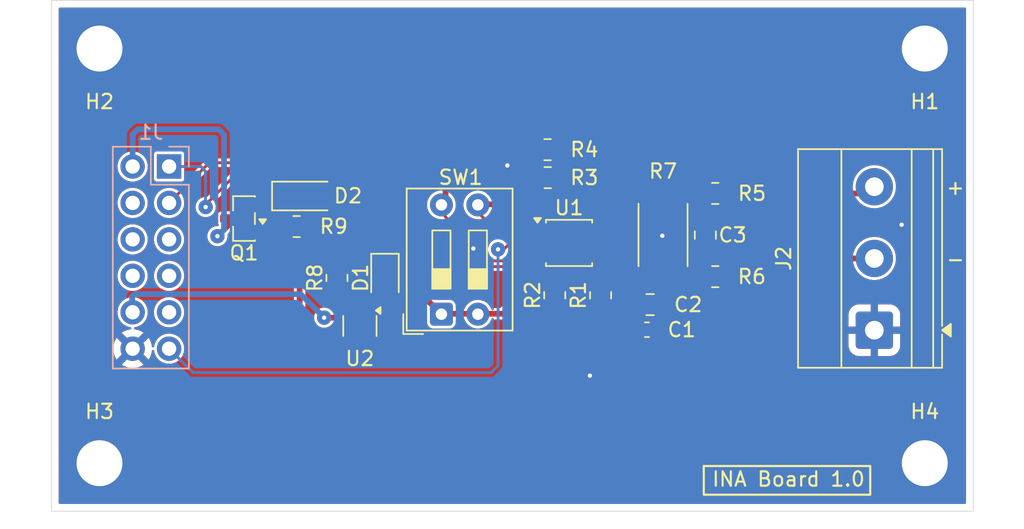
<source format=kicad_pcb>
(kicad_pcb (version 20241229) (generator "pcbnew") (generator_version "9.0")
  (title_block (title "INA_Board") (date "2025-10-26") (rev "1.0") (company "PKl"))
  (layers (0 "F.Cu" signal) (2 "B.Cu" signal) (13 "F.Paste" user) (15 "B.Paste" user) (5 "F.SilkS" user "F.Silkscreen") (7 "B.SilkS" user "B.Silkscreen") (1 "F.Mask" user) (3 "B.Mask" user) (25 "Edge.Cuts" user))
  (net 0 "")
  (net 1 "Net-(U1-Vin-)")
  (net 2 "Net-(U1-Vbus)")
  (net 3 "Net-(D1-K)")
  (net 4 "GND")
  (net 5 "Alert")
  (net 7 "ON")
  (net 13 "Net-(U1-A1)")
  (net 14 "Net-(U1-A0)")
  (net 16 "I2C0_SDA")
  (net 17 "I2C0_SCL")
  (net 18 "3V3_INA")
  (net 19 "INA+")
  (net 20 "INA-")
  (net 21 "3V3_IN")
  (net 22 "3V3_OUT")
  (net 23 "Net-(D2-A)")
  (footprint "MountingHole:MountingHole_3.2mm_M3_DIN965_Pad" (layer "F.Cu") (at 118.95 69.0625)
    (property "Reference" "H2" (at 0 3.7 0) (layer "F.SilkS"))
    (property "Value" "MountingHole_Pad")
    (pad "1" thru_hole circle (at 0 0) (size 5.6 5.6) (drill 3.2) (layers "*.Cu" "*.Mask") (net 4 "GND"))
  )
  (footprint "Resistor_SMD:R_0805_2012Metric" (layer "F.Cu") (at 135.5 85.05 90)
    (property "Reference" "R8" (at 0 -1.5375 90) (layer "F.SilkS"))
    (property "Value" "1K")
    (fp_line (start -0.227064 -0.735) (end 0.227064 -0.735) (stroke (width 0.12)) (layer "F.SilkS"))
    (fp_line (start -0.227064 0.735) (end 0.227064 0.735) (stroke (width 0.12)) (layer "F.SilkS"))
    (pad "1" smd roundrect (at -0.9125 0 90) (size 1.025 1.4) (layers "F.Cu" "F.Mask" "F.Paste") (roundrect_rratio 0.243902) (net 4 "GND"))
    (pad "2" smd roundrect (at 0.9125 0 90) (size 1.025 1.4) (layers "F.Cu" "F.Mask" "F.Paste") (roundrect_rratio 0.243902) (net 3 "Net-(D1-K)"))
  )
  (footprint "MountingHole:MountingHole_3.2mm_M3_DIN965_Pad" (layer "F.Cu") (at 176.475 97.9625)
    (property "Reference" "H4" (at 0 -3.6 0) (layer "F.SilkS"))
    (property "Value" "MountingHole_Pad")
    (pad "1" thru_hole circle (at 0 0) (size 5.6 5.6) (drill 3.2) (layers "*.Cu" "*.Mask") (net 4 "GND"))
  )
  (footprint "Resistor_SMD:R_0805_2012Metric" (layer "F.Cu") (at 161.8675 84.96)
    (property "Reference" "R6" (at 2.55 0 0) (layer "F.SilkS"))
    (property "Value" "10")
    (fp_line (start -0.227064 -0.735) (end 0.227064 -0.735) (stroke (width 0.12)) (layer "F.SilkS"))
    (fp_line (start -0.227064 0.735) (end 0.227064 0.735) (stroke (width 0.12)) (layer "F.SilkS"))
    (pad "1" smd roundrect (at -0.9125 0) (size 1.025 1.4) (layers "F.Cu" "F.Mask" "F.Paste") (roundrect_rratio 0.243902) (net 1 "Net-(U1-Vin-)"))
    (pad "2" smd roundrect (at 0.9125 0) (size 1.025 1.4) (layers "F.Cu" "F.Mask" "F.Paste") (roundrect_rratio 0.243902) (net 20 "INA-"))
  )
  (footprint "LED_SMD:LED_0805_2012Metric" (layer "F.Cu") (at 138.85 85.05 -90)
    (property "Reference" "D1" (at 0 1.7 90) (layer "F.SilkS"))
    (property "Value" "LED")
    (fp_line (start -1.685 0.96) (end 1 0.96) (stroke (width 0.12)) (layer "F.SilkS"))
    (fp_line (start -1.685 -0.96) (end -1.685 0.96) (stroke (width 0.12)) (layer "F.SilkS"))
    (fp_line (start 1 -0.96) (end -1.685 -0.96) (stroke (width 0.12)) (layer "F.SilkS"))
    (pad "1" smd roundrect (at -0.9375 0 270) (size 0.975 1.4) (layers "F.Cu" "F.Mask" "F.Paste") (net 3 "Net-(D1-K)"))
    (pad "2" smd roundrect (at 0.9375 0 270) (size 0.975 1.4) (layers "F.Cu" "F.Mask" "F.Paste") (net 18 "3V3_INA"))
  )
  (footprint "Button_Switch_THT:SW_DIP_SPSTx02_Slide_9.78x7.26mm_W7.62mm_P2.54mm" (layer "F.Cu") (at 142.7825 87.5775 90)
    (property "Reference" "SW1" (at 9.5375 1.3375 0) (layer "F.SilkS"))
    (property "Value" "SW_DIP_x02")
    (fp_line (start -1.38 -2.66) (end 0.003 -2.66) (stroke (width 0.12)) (layer "F.SilkS"))
    (fp_line (start -1.38 -2.66) (end -1.38 -1.277) (stroke (width 0.12)) (layer "F.SilkS"))
    (fp_line (start 8.76 -2.42) (end 8.76 4.96) (stroke (width 0.12)) (layer "F.SilkS"))
    (fp_line (start -1.14 -2.42) (end 8.76 -2.42) (stroke (width 0.12)) (layer "F.SilkS"))
    (fp_line (start -1.14 -2.42) (end -1.14 4.96) (stroke (width 0.12)) (layer "F.SilkS"))
    (fp_line (start 3.133333 -0.635) (end 3.133333 0.635) (stroke (width 0.12)) (layer "F.SilkS"))
    (fp_line (start 3.133333 1.905) (end 3.133333 3.175) (stroke (width 0.12)) (layer "F.SilkS"))
    (fp_line (start -1.14 4.96) (end 8.76 4.96) (stroke (width 0.12)) (layer "F.SilkS"))
    (fp_rect (start 1.78 -0.635) (end 5.84 0.635) (stroke (width 0.12)) (fill no) (layer "F.SilkS"))
    (fp_rect (start 1.78 -0.635) (end 3.133333 0.635) (stroke (width 0.12)) (fill yes) (layer "F.SilkS"))
    (fp_rect (start 1.78 1.905) (end 5.84 3.175) (stroke (width 0.12)) (fill no) (layer "F.SilkS"))
    (fp_rect (start 1.78 1.905) (end 3.133333 3.175) (stroke (width 0.12)) (fill yes) (layer "F.SilkS"))
    (pad "1" thru_hole roundrect (at 0 0 90) (size 1.6 1.6) (drill 0.8) (layers "*.Cu" "*.Mask") (roundrect_rratio 0.15625) (net 18 "3V3_INA"))
    (pad "2" thru_hole circle (at 0 2.54 90) (size 1.6 1.6) (drill 0.8) (layers "*.Cu" "*.Mask") (net 18 "3V3_INA"))
    (pad "3" thru_hole circle (at 7.62 2.54 90) (size 1.6 1.6) (drill 0.8) (layers "*.Cu" "*.Mask") (net 13 "Net-(U1-A1)"))
    (pad "4" thru_hole circle (at 7.62 0 90) (size 1.6 1.6) (drill 0.8) (layers "*.Cu" "*.Mask") (net 14 "Net-(U1-A0)"))
  )
  (footprint "Resistor_SMD:R_0805_2012Metric" (layer "F.Cu") (at 150.18 76.11 180)
    (property "Reference" "R4" (at -2.5625 0 0) (layer "F.SilkS"))
    (property "Value" "47K")
    (fp_line (start -0.227064 0.735) (end 0.227064 0.735) (stroke (width 0.12)) (layer "F.SilkS"))
    (fp_line (start -0.227064 -0.735) (end 0.227064 -0.735) (stroke (width 0.12)) (layer "F.SilkS"))
    (pad "1" smd roundrect (at -0.9125 0 180) (size 1.025 1.4) (layers "F.Cu" "F.Mask" "F.Paste") (roundrect_rratio 0.243902) (net 4 "GND"))
    (pad "2" smd roundrect (at 0.9125 0 180) (size 1.025 1.4) (layers "F.Cu" "F.Mask" "F.Paste") (roundrect_rratio 0.243902) (net 14 "Net-(U1-A0)"))
  )
  (footprint "Resistor_SMD:R_0805_2012Metric" (layer "F.Cu") (at 161.8675 79.16)
    (property "Reference" "R5" (at 2.5625 0 0) (layer "F.SilkS"))
    (property "Value" "10")
    (fp_line (start -0.227064 -0.735) (end 0.227064 -0.735) (stroke (width 0.12)) (layer "F.SilkS"))
    (fp_line (start -0.227064 0.735) (end 0.227064 0.735) (stroke (width 0.12)) (layer "F.SilkS"))
    (pad "1" smd roundrect (at -0.9125 0) (size 1.025 1.4) (layers "F.Cu" "F.Mask" "F.Paste") (roundrect_rratio 0.243902) (net 2 "Net-(U1-Vbus)"))
    (pad "2" smd roundrect (at 0.9125 0) (size 1.025 1.4) (layers "F.Cu" "F.Mask" "F.Paste") (roundrect_rratio 0.243902) (net 19 "INA+"))
  )
  (footprint "Resistor_SMD:R_0805_2012Metric" (layer "F.Cu") (at 153.88 86.26 -90)
    (property "Reference" "R1" (at 0 1.55 90) (layer "F.SilkS"))
    (property "Value" "0")
    (fp_line (start -0.227064 0.735) (end 0.227064 0.735) (stroke (width 0.12)) (layer "F.SilkS"))
    (fp_line (start -0.227064 -0.735) (end 0.227064 -0.735) (stroke (width 0.12)) (layer "F.SilkS"))
    (pad "1" smd roundrect (at -0.9125 0 270) (size 1.025 1.4) (layers "F.Cu" "F.Mask" "F.Paste") (roundrect_rratio 0.243902) (net 16 "I2C0_SDA"))
    (pad "2" smd roundrect (at 0.9125 0 270) (size 1.025 1.4) (layers "F.Cu" "F.Mask" "F.Paste") (roundrect_rratio 0.243902) (net 18 "3V3_INA"))
  )
  (footprint "Capacitor_SMD:C_0603_1608Metric" (layer "F.Cu") (at 157.105 88.66)
    (property "Reference" "C1" (at 2.425 0 0) (layer "F.SilkS"))
    (property "Value" "1uF")
    (fp_line (start -0.14058 -0.51) (end 0.14058 -0.51) (stroke (width 0.12)) (layer "F.SilkS"))
    (fp_line (start -0.14058 0.51) (end 0.14058 0.51) (stroke (width 0.12)) (layer "F.SilkS"))
    (pad "1" smd roundrect (at -0.775 0) (size 0.9 0.95) (layers "F.Cu" "F.Mask" "F.Paste") (net 18 "3V3_INA"))
    (pad "2" smd roundrect (at 0.775 0) (size 0.9 0.95) (layers "F.Cu" "F.Mask" "F.Paste") (net 4 "GND"))
  )
  (footprint "Package_TO_SOT_SMD:SOT-363_SC-70-6" (layer "F.Cu") (at 137.1 88.4 -90)
    (property "Reference" "U2" (at 2.27 0 0) (layer "F.SilkS"))
    (property "Value" "SIP32431DR3-T1GE3")
    (fp_line (start -0.7 1.16) (end 0.7 1.16) (stroke (width 0.12)) (layer "F.SilkS"))
    (fp_line (start -0.71 -1.16) (end 0.7 -1.16) (stroke (width 0.12)) (layer "F.SilkS"))
    (fp_poly (pts (xy -1.08 -1.11) (xy -1.32 -1.44) (xy -0.84 -1.44) (xy -1.08 -1.11)) (stroke (width 0.12)) (fill yes) (layer "F.SilkS"))
    (pad "1" smd roundrect (at -0.95 -0.65 270) (size 0.65 0.4) (layers "F.Cu" "F.Mask" "F.Paste") (net 18 "3V3_INA"))
    (pad "2" smd roundrect (at -0.95 0 270) (size 0.65 0.4) (layers "F.Cu" "F.Mask" "F.Paste") (net 4 "GND"))
    (pad "3" smd roundrect (at -0.95 0.65 270) (size 0.65 0.4) (layers "F.Cu" "F.Mask" "F.Paste") (net 7 "ON"))
    (pad "4" smd roundrect (at 0.95 0.65 270) (size 0.65 0.4) (layers "F.Cu" "F.Mask" "F.Paste") (net 22 "3V3_OUT"))
    (pad "5" smd roundrect (at 0.95 0 270) (size 0.65 0.4) (layers "F.Cu" "F.Mask" "F.Paste") (net 4 "GND"))
    (pad "6" smd roundrect (at 0.95 -0.65 270) (size 0.65 0.4) (layers "F.Cu" "F.Mask" "F.Paste"))
  )
  (footprint "Package_SO:VSSOP-10_3x3mm_P0.5mm" (layer "F.Cu") (at 151.68 82.61)
    (property "Reference" "U1" (at 0 -2.45 0) (layer "F.SilkS"))
    (property "Value" "INA226AIDGST")
    (fp_line (start -1.61 -1.61) (end 1.61 -1.61) (stroke (width 0.12)) (layer "F.SilkS"))
    (fp_line (start -1.61 -1.41) (end -1.61 -1.61) (stroke (width 0.12)) (layer "F.SilkS"))
    (fp_line (start -1.61 1.61) (end -1.61 1.41) (stroke (width 0.12)) (layer "F.SilkS"))
    (fp_line (start 1.61 -1.61) (end 1.61 -1.41) (stroke (width 0.12)) (layer "F.SilkS"))
    (fp_line (start 1.61 1.41) (end 1.61 1.61) (stroke (width 0.12)) (layer "F.SilkS"))
    (fp_line (start 1.61 1.61) (end -1.61 1.61) (stroke (width 0.12)) (layer "F.SilkS"))
    (fp_poly (pts (xy -2.2 -1.41) (xy -2.44 -1.74) (xy -1.96 -1.74)) (stroke (width 0.12)) (fill yes) (layer "F.SilkS"))
    (pad "1" smd roundrect (at -2.2 -1) (size 1.45 0.3) (layers "F.Cu" "F.Mask" "F.Paste") (net 13 "Net-(U1-A1)"))
    (pad "2" smd roundrect (at -2.2 -0.5) (size 1.45 0.3) (layers "F.Cu" "F.Mask" "F.Paste") (net 14 "Net-(U1-A0)"))
    (pad "3" smd roundrect (at -2.2 0) (size 1.45 0.3) (layers "F.Cu" "F.Mask" "F.Paste") (net 5 "Alert"))
    (pad "4" smd roundrect (at -2.2 0.5) (size 1.45 0.3) (layers "F.Cu" "F.Mask" "F.Paste") (net 16 "I2C0_SDA"))
    (pad "5" smd roundrect (at -2.2 1) (size 1.45 0.3) (layers "F.Cu" "F.Mask" "F.Paste") (net 17 "I2C0_SCL"))
    (pad "6" smd roundrect (at 2.2 1) (size 1.45 0.3) (layers "F.Cu" "F.Mask" "F.Paste") (net 18 "3V3_INA"))
    (pad "7" smd roundrect (at 2.2 0.5) (size 1.45 0.3) (layers "F.Cu" "F.Mask" "F.Paste") (net 4 "GND"))
    (pad "8" smd roundrect (at 2.2 0) (size 1.45 0.3) (layers "F.Cu" "F.Mask" "F.Paste") (net 2 "Net-(U1-Vbus)"))
    (pad "9" smd roundrect (at 2.2 -0.5) (size 1.45 0.3) (layers "F.Cu" "F.Mask" "F.Paste") (net 1 "Net-(U1-Vin-)"))
    (pad "10" smd roundrect (at 2.2 -1) (size 1.45 0.3) (layers "F.Cu" "F.Mask" "F.Paste") (net 2 "Net-(U1-Vbus)"))
  )
  (footprint "Resistor_SMD:R_0805_2012Metric" (layer "F.Cu") (at 150.1925 78.06 180)
    (property "Reference" "R3" (at -2.55 0 0) (layer "F.SilkS"))
    (property "Value" "47K")
    (fp_line (start -0.227064 0.735) (end 0.227064 0.735) (stroke (width 0.12)) (layer "F.SilkS"))
    (fp_line (start -0.227064 -0.735) (end 0.227064 -0.735) (stroke (width 0.12)) (layer "F.SilkS"))
    (pad "1" smd roundrect (at -0.9125 0 180) (size 1.025 1.4) (layers "F.Cu" "F.Mask" "F.Paste") (roundrect_rratio 0.243902) (net 4 "GND"))
    (pad "2" smd roundrect (at 0.9125 0 180) (size 1.025 1.4) (layers "F.Cu" "F.Mask" "F.Paste") (roundrect_rratio 0.243902) (net 13 "Net-(U1-A1)"))
  )
  (footprint "MountingHole:MountingHole_3.2mm_M3_DIN965_Pad" (layer "F.Cu") (at 118.95 97.9625)
    (property "Reference" "H3" (at 0 -3.6 0) (layer "F.SilkS"))
    (property "Value" "MountingHole_Pad")
    (pad "1" thru_hole circle (at 0 0) (size 5.6 5.6) (drill 3.2) (layers "*.Cu" "*.Mask") (net 4 "GND"))
  )
  (footprint "Diode_SMD:D_SOD-123F" (layer "F.Cu") (at 133.19 79.34)
    (property "Reference" "D2" (at 3.08 -0.01 0) (layer "F.SilkS"))
    (property "Value" "BZT52C5V1-DIO")
    (fp_line (start -2.21 -1) (end -2.21 1) (stroke (width 0.12)) (layer "F.SilkS"))
    (fp_line (start -2.21 -1) (end 1.65 -1) (stroke (width 0.12)) (layer "F.SilkS"))
    (fp_line (start -2.21 1) (end 1.65 1) (stroke (width 0.12)) (layer "F.SilkS"))
    (pad "1" smd roundrect (at -1.4 0) (size 1.1 1.1) (layers "F.Cu" "F.Mask" "F.Paste") (roundrect_rratio 0.2272727273) (net 22 "3V3_OUT"))
    (pad "2" smd roundrect (at 1.4 0) (size 1.1 1.1) (layers "F.Cu" "F.Mask" "F.Paste") (roundrect_rratio 0.2272727273) (net 23 "Net-(D2-A)"))
  )
  (footprint "Resistor_SMD:R_0805_2012Metric" (layer "F.Cu") (at 150.68 86.26 90)
    (property "Reference" "R2" (at 0 -1.5375 90) (layer "F.SilkS"))
    (property "Value" "0")
    (fp_line (start -0.227064 -0.735) (end 0.227064 -0.735) (stroke (width 0.12)) (layer "F.SilkS"))
    (fp_line (start -0.227064 0.735) (end 0.227064 0.735) (stroke (width 0.12)) (layer "F.SilkS"))
    (pad "1" smd roundrect (at -0.9125 0 90) (size 1.025 1.4) (layers "F.Cu" "F.Mask" "F.Paste") (roundrect_rratio 0.243902) (net 18 "3V3_INA"))
    (pad "2" smd roundrect (at 0.9125 0 90) (size 1.025 1.4) (layers "F.Cu" "F.Mask" "F.Paste") (roundrect_rratio 0.243902) (net 17 "I2C0_SCL"))
  )
  (footprint "Package_TO_SOT_SMD:SOT-23" (layer "F.Cu") (at 129.0225 80.91 180)
    (property "Reference" "Q1" (at 0 -2.4 0) (layer "F.SilkS"))
    (property "Value" "AO3407A")
    (fp_line (start 0.76 1.56) (end -0.76 1.56) (stroke (width 0.12)) (layer "F.SilkS"))
    (fp_line (start 0.76 0.56) (end 0.76 1.56) (stroke (width 0.12)) (layer "F.SilkS"))
    (fp_line (start 0.76 -1.56) (end 0.76 -0.56) (stroke (width 0.12)) (layer "F.SilkS"))
    (fp_line (start -0.76 1.56) (end -0.76 1.51) (stroke (width 0.12)) (layer "F.SilkS"))
    (fp_line (start -0.76 0.39) (end -0.76 -0.39) (stroke (width 0.12)) (layer "F.SilkS"))
    (fp_line (start -0.76 -1.51) (end -0.76 -1.56) (stroke (width 0.12)) (layer "F.SilkS"))
    (fp_line (start -0.76 -1.56) (end 0.76 -1.56) (stroke (width 0.12)) (layer "F.SilkS"))
    (fp_poly (pts (xy -1.3 -0.38) (xy -1.06 -0.05) (xy -1.54 -0.05)) (stroke (width 0.12)) (fill yes) (layer "F.SilkS"))
    (pad "1" smd roundrect (at -0.9375 -0.95 180) (size 1.475 0.6) (layers "F.Cu" "F.Mask" "F.Paste") (net 23 "Net-(D2-A)"))
    (pad "2" smd roundrect (at -0.9375 0.95 180) (size 1.475 0.6) (layers "F.Cu" "F.Mask" "F.Paste") (net 22 "3V3_OUT"))
    (pad "3" smd roundrect (at 0.9375 0 180) (size 1.475 0.6) (layers "F.Cu" "F.Mask" "F.Paste") (net 21 "3V3_IN"))
  )
  (footprint "MountingHole:MountingHole_3.2mm_M3_DIN965_Pad" (layer "F.Cu") (at 176.475 69.0625)
    (property "Reference" "H1" (at 0 3.7 0) (layer "F.SilkS"))
    (property "Value" "MountingHole_Pad" (hide yes))
    (pad "1" thru_hole circle (at 0 0) (size 5.6 5.6) (drill 3.2) (layers "*.Cu" "*.Mask") (net 4 "GND"))
  )
  (footprint "Capacitor_SMD:C_0805_2012Metric" (layer "F.Cu") (at 157.33 86.91)
    (property "Reference" "C2" (at 2.65 0 0) (layer "F.SilkS"))
    (property "Value" "100nF")
    (fp_line (start -0.261252 -0.735) (end 0.261252 -0.735) (stroke (width 0.12)) (layer "F.SilkS"))
    (fp_line (start -0.261252 0.735) (end 0.261252 0.735) (stroke (width 0.12)) (layer "F.SilkS"))
    (pad "1" smd roundrect (at -0.95 0) (size 1 1.45) (layers "F.Cu" "F.Mask" "F.Paste") (net 18 "3V3_INA"))
    (pad "2" smd roundrect (at 0.95 0) (size 1 1.45) (layers "F.Cu" "F.Mask" "F.Paste") (net 4 "GND"))
  )
  (footprint "Resistor_SMD:R_0805_2012Metric" (layer "F.Cu") (at 132.6875 81.47)
    (property "Reference" "R9" (at 2.59 -0.01 0) (layer "F.SilkS"))
    (property "Value" "100K")
    (fp_line (start -0.227064 -0.735) (end 0.227064 -0.735) (stroke (width 0.12)) (layer "F.SilkS"))
    (fp_line (start -0.227064 0.735) (end 0.227064 0.735) (stroke (width 0.12)) (layer "F.SilkS"))
    (pad "1" smd roundrect (at -0.9125 0) (size 1.025 1.4) (layers "F.Cu" "F.Mask" "F.Paste") (roundrect_rratio 0.243902) (net 4 "GND"))
    (pad "2" smd roundrect (at 0.9125 0) (size 1.025 1.4) (layers "F.Cu" "F.Mask" "F.Paste") (roundrect_rratio 0.243902) (net 23 "Net-(D2-A)"))
  )
  (footprint "TerminalBlock_Phoenix:TerminalBlock_Phoenix_MKDS-1,5-3_1x03_P5.00mm_Horizontal" (layer "F.Cu") (at 172.96 88.6925 90)
    (property "Reference" "J2" (at 5 -6.32 90) (layer "F.SilkS"))
    (property "Value" "INA")
    (fp_line (start 12.62 -5.32) (end 12.62 4.72) (stroke (width 0.12)) (layer "F.SilkS"))
    (fp_line (start -2.62 -5.32) (end 12.62 -5.32) (stroke (width 0.12)) (layer "F.SilkS"))
    (fp_line (start -2.62 -2.3) (end 12.62 -2.3) (stroke (width 0.12)) (layer "F.SilkS"))
    (fp_line (start -2.62 2.6) (end 12.62 2.6) (stroke (width 0.12)) (layer "F.SilkS"))
    (fp_line (start -2.62 4.1) (end 12.62 4.1) (stroke (width 0.12)) (layer "F.SilkS"))
    (fp_line (start 12.62 4.72) (end 0.3 4.72) (stroke (width 0.12)) (layer "F.SilkS"))
    (fp_line (start -0.3 4.72) (end -2.62 4.72) (stroke (width 0.12)) (layer "F.SilkS"))
    (fp_line (start -2.62 4.72) (end -2.62 -5.32) (stroke (width 0.12)) (layer "F.SilkS"))
    (fp_poly (pts (xy 0 4.72) (xy 0.44 5.33) (xy -0.44 5.33)) (stroke (width 0.12)) (fill yes) (layer "F.SilkS"))
    (pad "1" thru_hole roundrect (at 0 0 90) (size 2.6 2.6) (drill 1.3) (layers "*.Cu" "*.Mask") (roundrect_rratio 0.096154) (net 4 "GND"))
    (pad "2" thru_hole circle (at 5 0 90) (size 2.6 2.6) (drill 1.3) (layers "*.Cu" "*.Mask") (net 20 "INA-"))
    (pad "3" thru_hole circle (at 10 0 90) (size 2.6 2.6) (drill 1.3) (layers "*.Cu" "*.Mask") (net 19 "INA+"))
  )
  (footprint "Capacitor_SMD:C_0805_2012Metric" (layer "F.Cu") (at 161.18 82.06 -90)
    (property "Reference" "C3" (at 0 -1.9 0) (layer "F.SilkS"))
    (property "Value" "100nF")
    (fp_line (start -0.261252 0.735) (end 0.261252 0.735) (stroke (width 0.12)) (layer "F.SilkS"))
    (fp_line (start -0.261252 -0.735) (end 0.261252 -0.735) (stroke (width 0.12)) (layer "F.SilkS"))
    (pad "1" smd roundrect (at -0.95 0 270) (size 1 1.45) (layers "F.Cu" "F.Mask" "F.Paste") (net 2 "Net-(U1-Vbus)"))
    (pad "2" smd roundrect (at 0.95 0 270) (size 1 1.45) (layers "F.Cu" "F.Mask" "F.Paste") (net 1 "Net-(U1-Vin-)"))
  )
  (footprint "Resistor_SMD:R_2512_6332Metric" (layer "F.Cu") (at 158.23 82.06 -90)
    (property "Reference" "R7" (at -4.45 0 0) (layer "F.SilkS"))
    (property "Value" "R_SHUNT")
    (fp_line (start -2.177064 1.71) (end 2.177064 1.71) (stroke (width 0.12)) (layer "F.SilkS"))
    (fp_line (start -2.177064 -1.71) (end 2.177064 -1.71) (stroke (width 0.12)) (layer "F.SilkS"))
    (pad "1" smd roundrect (at -2.9625 0 270) (size 1.225 3.35) (layers "F.Cu" "F.Mask" "F.Paste") (roundrect_rratio 0.204082) (net 2 "Net-(U1-Vbus)"))
    (pad "2" smd roundrect (at 2.9625 0 270) (size 1.225 3.35) (layers "F.Cu" "F.Mask" "F.Paste") (roundrect_rratio 0.204082) (net 1 "Net-(U1-Vin-)"))
  )
  (footprint "Connector_PinHeader_2.54mm:PinHeader_2x06_P2.54mm_Vertical" (layer "B.Cu") (at 123.8 77.2825 180)
    (property "Reference" "J1" (at 1.27 2.38 0) (layer "B.SilkS") (effects (justify mirror)))
    (property "Value" "COM")
    (fp_line (start 3.92 1.38) (end 3.92 -14.08) (stroke (width 0.12)) (layer "B.SilkS"))
    (fp_line (start 1.27 1.38) (end 3.92 1.38) (stroke (width 0.12)) (layer "B.SilkS"))
    (fp_line (start 1.27 -1.27) (end 1.27 1.38) (stroke (width 0.12)) (layer "B.SilkS"))
    (fp_line (start -1.38 1.38) (end 0 1.38) (stroke (width 0.12)) (layer "B.SilkS"))
    (fp_line (start -1.38 0) (end -1.38 1.38) (stroke (width 0.12)) (layer "B.SilkS"))
    (fp_line (start -1.38 -1.27) (end 1.27 -1.27) (stroke (width 0.12)) (layer "B.SilkS"))
    (fp_line (start -1.38 -1.27) (end -1.38 -14.08) (stroke (width 0.12)) (layer "B.SilkS"))
    (fp_line (start -1.38 -14.08) (end 3.92 -14.08) (stroke (width 0.12)) (layer "B.SilkS"))
    (pad "1" thru_hole rect (at 0 0 180) (size 1.7 1.7) (drill 1) (layers "*.Cu" "*.Mask") (net 17 "I2C0_SCL"))
    (pad "2" thru_hole circle (at 2.54 0 180) (size 1.7 1.7) (drill 1) (layers "*.Cu" "*.Mask") (net 21 "3V3_IN"))
    (pad "3" thru_hole circle (at 0 -2.54 180) (size 1.7 1.7) (drill 1) (layers "*.Cu" "*.Mask") (net 16 "I2C0_SDA"))
    (pad "4" thru_hole circle (at 2.54 -2.54 180) (size 1.7 1.7) (drill 1) (layers "*.Cu" "*.Mask"))
    (pad "5" thru_hole circle (at 0 -5.08 180) (size 1.7 1.7) (drill 1) (layers "*.Cu" "*.Mask"))
    (pad "6" thru_hole circle (at 2.54 -5.08 180) (size 1.7 1.7) (drill 1) (layers "*.Cu" "*.Mask"))
    (pad "7" thru_hole circle (at 0 -7.62 180) (size 1.7 1.7) (drill 1) (layers "*.Cu" "*.Mask"))
    (pad "8" thru_hole circle (at 2.54 -7.62 180) (size 1.7 1.7) (drill 1) (layers "*.Cu" "*.Mask"))
    (pad "9" thru_hole circle (at 0 -10.16 180) (size 1.7 1.7) (drill 1) (layers "*.Cu" "*.Mask"))
    (pad "10" thru_hole circle (at 2.54 -10.16 180) (size 1.7 1.7) (drill 1) (layers "*.Cu" "*.Mask") (net 7 "ON"))
    (pad "11" thru_hole circle (at 0 -12.7 180) (size 1.7 1.7) (drill 1) (layers "*.Cu" "*.Mask") (net 5 "Alert"))
    (pad "12" thru_hole circle (at 2.54 -12.7 180) (size 1.7 1.7) (drill 1) (layers "*.Cu" "*.Mask") (net 4 "GND"))
  )
  (gr_rect (start 161.07 98.16) (end 172.67 100.16) (stroke (width 0.15)) (fill no) (layer "F.SilkS"))
  (gr_rect (start 115.607152 65.7025) (end 179.85 101.3075) (stroke (width 0.05)) (fill no) (layer "Edge.Cuts"))
  (gr_text "+" (at 178.61 78.7425 0) (layer "F.SilkS") (effects (font (size 1 1))))
  (gr_text "-" (at 178.61 83.7425 0) (layer "F.SilkS") (effects (font (size 1 1))))
  (gr_text "INA Board 1.0" (at 161.57 99.66 0) (layer "F.SilkS") (effects (font (size 1 1)) (justify left bottom)))
  (segment (start 160.8925 85.0225) (end 160.955 84.96) (width 0.4) (layer "F.Cu") (net 1))
  (segment (start 155.3175 82.11) (end 158.28 85.0725) (width 0.2) (layer "F.Cu") (net 1))
  (segment (start 161.18 83.01) (end 160.955 83.235) (width 0.4) (layer "F.Cu") (net 1))
  (segment (start 153.88 82.11) (end 155.3175 82.11) (width 0.2) (layer "F.Cu") (net 1))
  (segment (start 160.955 83.235) (end 160.955 84.96) (width 0.4) (layer "F.Cu") (net 1))
  (segment (start 158.23 85.0225) (end 160.8925 85.0225) (width 0.4) (layer "F.Cu") (net 1))
  (segment (start 152.58 82.56) (end 153.83 82.56) (width 0.2) (layer "F.Cu") (net 2))
  (segment (start 152.53 81.76) (end 152.53 82.51) (width 0.2) (layer "F.Cu") (net 2))
  (segment (start 160.955 80.885) (end 161.18 81.11) (width 0.4) (layer "F.Cu") (net 2))
  (segment (start 160.8925 79.0975) (end 160.955 79.16) (width 0.4) (layer "F.Cu") (net 2))
  (segment (start 158.28 79.5975) (end 157.73 79.5975) (width 0.2) (layer "F.Cu") (net 2))
  (segment (start 155.7175 81.61) (end 152.68 81.61) (width 0.2) (layer "F.Cu") (net 2))
  (segment (start 158.23 79.0975) (end 160.8925 79.0975) (width 0.4) (layer "F.Cu") (net 2))
  (segment (start 157.73 79.5975) (end 155.7175 81.61) (width 0.2) (layer "F.Cu") (net 2))
  (segment (start 160.955 79.16) (end 160.955 80.885) (width 0.4) (layer "F.Cu") (net 2))
  (segment (start 152.53 82.51) (end 152.58 82.56) (width 0.2) (layer "F.Cu") (net 2))
  (segment (start 152.68 81.61) (end 152.53 81.76) (width 0.2) (layer "F.Cu") (net 2))
  (segment (start 135.5 84.1375) (end 138.825 84.1375) (width 0.4) (layer "F.Cu") (net 3))
  (segment (start 138.825 84.1375) (end 138.85 84.1125) (width 0.4) (layer "F.Cu") (net 3))
  (segment (start 135.73 86.18) (end 135.81 86.26) (width 0.4) (layer "F.Cu") (net 4))
  (via (at 158.18 82.11) (size 1) (drill 0.3) (layers "F.Cu" "B.Cu") (net 4))
  (via (at 153.13 91.86) (size 1) (drill 0.3) (layers "F.Cu" "B.Cu") (net 4))
  (via (at 145.01 83) (size 1) (drill 0.3) (layers "F.Cu" "B.Cu") (net 4))
  (via (at 147.38 77.21) (size 1) (drill 0.3) (layers "F.Cu" "B.Cu") (net 4))
  (via (at 174.86 81.3425) (size 1) (drill 0.3) (layers "F.Cu" "B.Cu") (net 4))
  (segment (start 147.13 83.06) (end 147.58 82.61) (width 0.2) (layer "F.Cu") (net 5))
  (segment (start 146.73 83.06) (end 147.13 83.06) (width 0.2) (layer "F.Cu") (net 5))
  (segment (start 147.58 82.61) (end 149.48 82.61) (width 0.2) (layer "F.Cu") (net 5))
  (via (at 146.73 83.06) (size 1) (drill 0.3) (layers "F.Cu" "B.Cu") (net 5))
  (segment (start 146.73 91.17) (end 146.2525 91.6475) (width 0.2) (layer "B.Cu") (net 5))
  (segment (start 125.465 91.6475) (end 123.8 89.9825) (width 0.2) (layer "B.Cu") (net 5))
  (segment (start 146.2525 91.6475) (end 125.465 91.6475) (width 0.2) (layer "B.Cu") (net 5))
  (segment (start 146.73 83.06) (end 146.73 91.17) (width 0.2) (layer "B.Cu") (net 5))
  (segment (start 136.08 87.82) (end 134.61 87.82) (width 0.4) (layer "F.Cu") (net 7))
  (segment (start 136.45 87.45) (end 136.08 87.82) (width 0.4) (layer "F.Cu") (net 7))
  (via (at 134.61 87.82) (size 1) (drill 0.3) (layers "F.Cu" "B.Cu") (net 7))
  (segment (start 121.41 86.18) (end 121.23 86.36) (width 0.4) (layer "B.Cu") (net 7))
  (segment (start 121.23 86.36) (end 121.23 87.4125) (width 0.4) (layer "B.Cu") (net 7))
  (segment (start 134.61 87.82) (end 132.97 86.18) (width 0.4) (layer "B.Cu") (net 7))
  (segment (start 132.97 86.18) (end 121.41 86.18) (width 0.4) (layer "B.Cu") (net 7))
  (segment (start 145.5825 79.9275) (end 145.66 80.005) (width 0.2) (layer "F.Cu") (net 13))
  (segment (start 149.07 81.2) (end 149.48 81.61) (width 0.2) (layer "F.Cu") (net 13))
  (segment (start 145.5825 79.9275) (end 145.59 79.92) (width 0.4) (layer "F.Cu") (net 13))
  (segment (start 145.5825 80.7325) (end 146.05 81.2) (width 0.2) (layer "F.Cu") (net 13))
  (segment (start 145.5825 79.9275) (end 145.5825 80.7325) (width 0.2) (layer "F.Cu") (net 13))
  (segment (start 146.05 81.2) (end 149.07 81.2) (width 0.2) (layer "F.Cu") (net 13))
  (segment (start 145.59 79.92) (end 147.42 79.92) (width 0.4) (layer "F.Cu") (net 13))
  (segment (start 147.42 79.92) (end 149.28 78.06) (width 0.4) (layer "F.Cu") (net 13))
  (segment (start 143.07 77.07) (end 144.03 76.11) (width 0.4) (layer "F.Cu") (net 14))
  (segment (start 143.0425 79.9275) (end 143.0425 80.7725) (width 0.2) (layer "F.Cu") (net 14))
  (segment (start 143.0425 80.7725) (end 144.38 82.11) (width 0.2) (layer "F.Cu") (net 14))
  (segment (start 144.38 82.11) (end 149.48 82.11) (width 0.2) (layer "F.Cu") (net 14))
  (segment (start 144.03 76.11) (end 149.2675 76.11) (width 0.4) (layer "F.Cu") (net 14))
  (segment (start 143.0425 79.9275) (end 143.07 79.9) (width 0.4) (layer "F.Cu") (net 14))
  (segment (start 143.07 79.9) (end 143.07 77.07) (width 0.4) (layer "F.Cu") (net 14))
  (segment (start 126.6025 77.02) (end 123.8 79.8225) (width 0.2) (layer "F.Cu") (net 16))
  (segment (start 148.23 83.11) (end 147.48 83.86) (width 0.2) (layer "F.Cu") (net 16))
  (segment (start 144.35 83.86) (end 137.51 77.02) (width 0.2) (layer "F.Cu") (net 16))
  (segment (start 151.6425 83.11) (end 153.88 85.3475) (width 0.2) (layer "F.Cu") (net 16))
  (segment (start 137.51 77.02) (end 126.6025 77.02) (width 0.2) (layer "F.Cu") (net 16))
  (segment (start 149.48 83.11) (end 151.6425 83.11) (width 0.2) (layer "F.Cu") (net 16))
  (segment (start 149.48 83.11) (end 148.23 83.11) (width 0.2) (layer "F.Cu") (net 16))
  (segment (start 147.48 83.86) (end 144.35 83.86) (width 0.2) (layer "F.Cu") (net 16))
  (segment (start 126.35 79.94) (end 128.84 77.45) (width 0.2) (layer "F.Cu") (net 17))
  (segment (start 148.83 84.26) (end 149.48 83.61) (width 0.2) (layer "F.Cu") (net 17))
  (segment (start 144.18 84.26) (end 148.83 84.26) (width 0.2) (layer "F.Cu") (net 17))
  (segment (start 128.84 77.45) (end 137.37 77.45) (width 0.2) (layer "F.Cu") (net 17))
  (segment (start 126.35 80.11) (end 126.35 79.94) (width 0.2) (layer "F.Cu") (net 17))
  (segment (start 149.48 84.1475) (end 150.68 85.3475) (width 0.2) (layer "F.Cu") (net 17))
  (segment (start 149.48 83.61) (end 149.48 84.1475) (width 0.2) (layer "F.Cu") (net 17))
  (segment (start 137.37 77.45) (end 144.18 84.26) (width 0.2) (layer "F.Cu") (net 17))
  (via (at 126.35 80.11) (size 1) (drill 0.3) (layers "F.Cu" "B.Cu") (net 17))
  (segment (start 126.34 80.1) (end 126.34 77.61) (width 0.2) (layer "B.Cu") (net 17))
  (segment (start 126.34 77.61) (end 126.0125 77.2825) (width 0.2) (layer "B.Cu") (net 17))
  (segment (start 126.35 80.11) (end 126.34 80.1) (width 0.2) (layer "B.Cu") (net 17))
  (segment (start 126.0125 77.2825) (end 123.8 77.2825) (width 0.2) (layer "B.Cu") (net 17))
  (segment (start 154.28 83.61) (end 155.58 84.91) (width 0.2) (layer "F.Cu") (net 18))
  (segment (start 147.4375 87.1725) (end 147.0625 87.5475) (width 0.4) (layer "F.Cu") (net 18))
  (segment (start 155.0175 87.1725) (end 155.58 86.61) (width 0.2) (layer "F.Cu") (net 18))
  (segment (start 155.58 84.91) (end 155.58 86.16) (width 0.2) (layer "F.Cu") (net 18))
  (segment (start 156.33 86.91) (end 155.58 86.16) (width 0.2) (layer "F.Cu") (net 18))
  (segment (start 141.1925 85.9875) (end 142.7825 87.5775) (width 0.4) (layer "F.Cu") (net 18))
  (segment (start 153.88 83.61) (end 154.28 83.61) (width 0.2) (layer "F.Cu") (net 18))
  (segment (start 150.68 87.1725) (end 147.4375 87.1725) (width 0.4) (layer "F.Cu") (net 18))
  (segment (start 147.0625 87.5475) (end 143.0425 87.5475) (width 0.4) (layer "F.Cu") (net 18))
  (segment (start 138.85 85.9875) (end 138.85 86.35) (width 0.4) (layer "F.Cu") (net 18))
  (segment (start 155.58 86.16) (end 155.58 86.61) (width 0.2) (layer "F.Cu") (net 18))
  (segment (start 156.33 86.96) (end 156.38 86.91) (width 0.4) (layer "F.Cu") (net 18))
  (segment (start 138.85 85.9875) (end 141.1925 85.9875) (width 0.4) (layer "F.Cu") (net 18))
  (segment (start 138.85 86.35) (end 137.75 87.45) (width 0.4) (layer "F.Cu") (net 18))
  (segment (start 153.88 87.1725) (end 155.0175 87.1725) (width 0.2) (layer "F.Cu") (net 18))
  (segment (start 150.68 87.1725) (end 153.88 87.1725) (width 0.4) (layer "F.Cu") (net 18))
  (segment (start 156.38 86.91) (end 156.33 86.91) (width 0.4) (layer "F.Cu") (net 18))
  (segment (start 156.33 88.66) (end 156.33 86.96) (width 0.2) (layer "F.Cu") (net 18))
  (segment (start 172.4925 79.16) (end 162.78 79.16) (width 0.4) (layer "F.Cu") (net 19))
  (segment (start 172.96 78.6925) (end 172.4925 79.16) (width 0.4) (layer "F.Cu") (net 19))
  (segment (start 162.78 84.96) (end 164.0475 83.6925) (width 0.4) (layer "F.Cu") (net 20))
  (segment (start 164.0475 83.6925) (end 172.96 83.6925) (width 0.4) (layer "F.Cu") (net 20))
  (segment (start 128.085 81.225) (end 127.17 82.14) (width 0.4) (layer "F.Cu") (net 21))
  (segment (start 128.085 80.91) (end 128.085 81.225) (width 0.4) (layer "F.Cu") (net 21))
  (via (at 127.17 82.14) (size 1) (drill 0.3) (layers "F.Cu" "B.Cu") (net 21))
  (segment (start 127.26 74.69) (end 121.62 74.69) (width 0.4) (layer "B.Cu") (net 21))
  (segment (start 127.63 75.06) (end 127.26 74.69) (width 0.4) (layer "B.Cu") (net 21))
  (segment (start 121.62 74.69) (end 121.26 75.05) (width 0.4) (layer "B.Cu") (net 21))
  (segment (start 127.63 81.68) (end 127.63 75.06) (width 0.4) (layer "B.Cu") (net 21))
  (segment (start 127.17 82.14) (end 127.63 81.68) (width 0.4) (layer "B.Cu") (net 21))
  (segment (start 121.26 75.05) (end 121.26 77.2825) (width 0.4) (layer "B.Cu") (net 21))
  (segment (start 132.9 85) (end 135.89 82.01) (width 0.4) (layer "F.Cu") (net 22))
  (segment (start 136.29 89.51) (end 134.46 89.51) (width 0.4) (layer "F.Cu") (net 22))
  (segment (start 132.58 78.02) (end 131.79 78.81) (width 0.4) (layer "F.Cu") (net 22))
  (segment (start 134.46 89.51) (end 132.9 87.95) (width 0.4) (layer "F.Cu") (net 22))
  (segment (start 131.79 78.81) (end 131.79 79.34) (width 0.4) (layer "F.Cu") (net 22))
  (segment (start 130.58 79.34) (end 129.96 79.96) (width 0.4) (layer "F.Cu") (net 22))
  (segment (start 135.89 82.01) (end 135.89 78.4) (width 0.4) (layer "F.Cu") (net 22))
  (segment (start 136.45 89.35) (end 136.29 89.51) (width 0.4) (layer "F.Cu") (net 22))
  (segment (start 132.9 87.95) (end 132.9 85) (width 0.4) (layer "F.Cu") (net 22))
  (segment (start 131.79 79.34) (end 130.58 79.34) (width 0.4) (layer "F.Cu") (net 22))
  (segment (start 135.51 78.02) (end 132.58 78.02) (width 0.4) (layer "F.Cu") (net 22))
  (segment (start 135.89 78.4) (end 135.51 78.02) (width 0.4) (layer "F.Cu") (net 22))
  (segment (start 130.33 83.49) (end 129.93 83.09) (width 0.4) (layer "F.Cu") (net 23))
  (segment (start 129.93 83.09) (end 129.93 81.89) (width 0.4) (layer "F.Cu") (net 23))
  (segment (start 129.93 81.89) (end 129.96 81.86) (width 0.4) (layer "F.Cu") (net 23))
  (segment (start 132.46 83.49) (end 130.33 83.49) (width 0.4) (layer "F.Cu") (net 23))
  (segment (start 134.59 79.34) (end 133.6 80.33) (width 0.4) (layer "F.Cu") (net 23))
  (segment (start 133.6 80.33) (end 133.6 81.47) (width 0.4) (layer "F.Cu") (net 23))
  (segment (start 133.6 81.47) (end 133.6 82.35) (width 0.4) (layer "F.Cu") (net 23))
  (segment (start 133.6 82.35) (end 132.46 83.49) (width 0.4) (layer "F.Cu") (net 23))
  (zone (net 4) (net_name "GND") (layers "F.Cu" "B.Cu") (connect_pads (clearance 0.2)) (min_thickness 0.16) (fill yes (thermal_gap 0.5) (thermal_bridge_width 0.5))
    (polygon (pts (xy 179.85 65.7125) (xy 179.85 101.3125) (xy 115.6 101.3125) (xy 115.6 65.7125)))
  )
)
</source>
